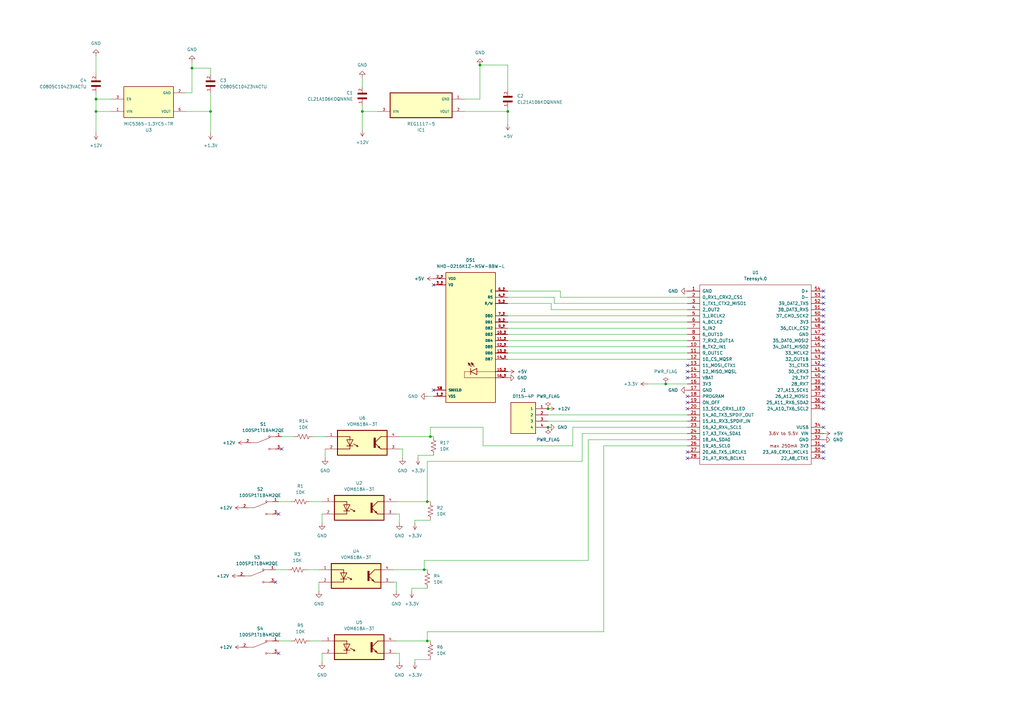
<source format=kicad_sch>
(kicad_sch (version 20250114) (generator "eeschema") (generator_version "9.0")
  (paper "A3")
  (lib_symbols
    (symbol "100SP1T1B4M2QE:100SP1T1B4M2QE" (pin_names (offset 1.016))
      (property "Reference" "S" (at -2.54 5.08 0))
      (property "Value" "100SP1T1B4M2QE" (at -2.54 -5.08 0))
      (symbol "100SP1T1B4M2QE_0_0"
        (pin passive line (at -7.62 0 0) (length 2.54) (name "~") (number "2"))
        (pin passive line (at 7.62 2.54 180) (length 2.54) (name "~") (number "1"))
        (pin passive line (at 7.62 -2.54 180) (length 2.54) (name "~") (number "3"))
      )
    )
    (symbol "C0805C104Z3VACTU:C0805C104Z3VACTU" (pin_names (offset 1.016))
      (property "Reference" "C" (at 0 3.81 0))
      (property "Value" "C0805C104Z3VACTU" (at 0 -5.08 0))
      (symbol "C0805C104Z3VACTU_0_0"
        (pin passive line (at -2.54 0 0) (length 2.54) (name "~") (number "2"))
        (pin passive line (at 5.08 0 180) (length 2.54) (name "~") (number "1"))
      )
    )
    (symbol "CL21A106KOQNNNE:CL21A106KOQNNNE" (pin_names (offset 1.016))
      (property "Reference" "C" (at 0 3.8109 0))
      (property "Value" "CL21A106KOQNNNE" (at 0 -5.0885 0))
      (symbol "CL21A106KOQNNNE_0_0"
        (pin passive line (at -2.54 0 0) (length 2.54) (name "~") (number "1"))
        (pin passive line (at 5.08 0 180) (length 2.54) (name "~") (number "2"))
      )
    )
    (symbol "DT15-4P:DT15-4P" (pin_names (offset 1.016))
      (property "Reference" "J" (at -5.0895 10.1789 0))
      (property "Value" "DT15-4P" (at -5.0842 -10.1684 0))
      (symbol "DT15-4P_0_0"
        (pin passive line (at -10.16 5.08 0) (length 5.08) (name "1") (number "1"))
        (pin passive line (at -10.16 2.54 0) (length 5.08) (name "2") (number "2"))
        (pin passive line (at -10.16 0 0) (length 5.08) (name "3") (number "3"))
        (pin passive line (at -10.16 -2.54 0) (length 5.08) (name "4") (number "4"))
      )
    )
    (symbol "Device:R_US" (pin_numbers (hide yes)) (pin_names (offset 0))
      (property "Reference" "R" (at 2.54 0 90))
      (property "Value" "R_US" (at -2.54 0 90))
      (symbol "R_US_1_1"
        (pin passive line (at 0 3.81 270) (length 1.27) (name "~") (number "1"))
        (pin passive line (at 0 -3.81 90) (length 1.27) (name "~") (number "2"))
      )
    )
    (symbol "MIC5365-1.3YC5-TR_1" (pin_names (offset 1.016))
      (property "Reference" "U" (at -10.16 6.35 0))
      (property "Value" "MIC5365-1.3YC5-TR" (at -10.16 -8.89 0))
      (symbol "MIC5365-1.3YC5-TR_1_0_0"
        (pin input line (at -15.24 2.54 0) (length 5.08) (name "VIN") (number "1"))
        (pin input line (at -15.24 -2.54 0) (length 5.08) (name "EN") (number "3"))
        (pin power_in line (at 15.24 -5.08 180) (length 5.08) (name "GND") (number "2"))
      )
      (symbol "MIC5365-1.3YC5-TR_1_1_0"
        (pin power_out line (at 15.24 2.54 180) (length 5.08) (name "VOUT") (number "5"))
      )
    )
    (symbol "NHD-0216K1Z-NSW-BBW-L:NHD-0216K1Z-NSW-BBW-L" (pin_names (offset 1.016))
      (property "Reference" "DS" (at -10.16 21.59 0))
      (property "Value" "NHD-0216K1Z-NSW-BBW-L" (at -10.16 -34.29 0))
      (symbol "NHD-0216K1Z-NSW-BBW-L_0_0"
        (pin input line (at -15.24 12.7 0) (length 5.08) (name "E") (number "6_1"))
        (pin input line (at -15.24 12.7 0) (length 5.08) (name "E") (number "6_2"))
        (pin input line (at -15.24 10.16 0) (length 5.08) (name "RS") (number "4_1"))
        (pin input line (at -15.24 10.16 0) (length 5.08) (name "RS") (number "4_2"))
        (pin input line (at -15.24 7.62 0) (length 5.08) (name "R/W") (number "5_1"))
        (pin input line (at -15.24 7.62 0) (length 5.08) (name "R/W") (number "5_2"))
        (pin bidirectional line (at -15.24 2.54 0) (length 5.08) (name "DB0") (number "7_1"))
        (pin bidirectional line (at -15.24 2.54 0) (length 5.08) (name "DB0") (number "7_2"))
        (pin bidirectional line (at -15.24 0 0) (length 5.08) (name "DB1") (number "8_1"))
        (pin bidirectional line (at -15.24 0 0) (length 5.08) (name "DB1") (number "8_2"))
        (pin bidirectional line (at -15.24 -2.54 0) (length 5.08) (name "DB2") (number "9_1"))
        (pin bidirectional line (at -15.24 -2.54 0) (length 5.08) (name "DB2") (number "9_2"))
        (pin bidirectional line (at -15.24 -5.08 0) (length 5.08) (name "DB3") (number "10_1"))
        (pin bidirectional line (at -15.24 -5.08 0) (length 5.08) (name "DB3") (number "10_2"))
        (pin bidirectional line (at -15.24 -7.62 0) (length 5.08) (name "DB4") (number "11_1"))
        (pin bidirectional line (at -15.24 -7.62 0) (length 5.08) (name "DB4") (number "11_2"))
        (pin bidirectional line (at -15.24 -10.16 0) (length 5.08) (name "DB5") (number "12_1"))
        (pin bidirectional line (at -15.24 -10.16 0) (length 5.08) (name "DB5") (number "12_2"))
        (pin bidirectional line (at -15.24 -12.7 0) (length 5.08) (name "DB6") (number "13_1"))
        (pin bidirectional line (at -15.24 -12.7 0) (length 5.08) (name "DB6") (number "13_2"))
        (pin bidirectional line (at -15.24 -15.24 0) (length 5.08) (name "DB7") (number "14_1"))
        (pin bidirectional line (at -15.24 -15.24 0) (length 5.08) (name "DB7") (number "14_2"))
        (pin passive line (at -15.24 -20.32 0) (length 5.08) (name "~") (number "15_1"))
        (pin passive line (at -15.24 -20.32 0) (length 5.08) (name "~") (number "15_2"))
        (pin passive line (at -15.24 -22.86 0) (length 5.08) (name "~") (number "16_1"))
        (pin passive line (at -15.24 -22.86 0) (length 5.08) (name "~") (number "16_2"))
        (pin power_in line (at 15.24 17.78 180) (length 5.08) (name "VDD") (number "2_1"))
        (pin power_in line (at 15.24 17.78 180) (length 5.08) (name "VDD") (number "2_2"))
        (pin power_in line (at 15.24 15.24 180) (length 5.08) (name "V0") (number "3_1"))
        (pin power_in line (at 15.24 15.24 180) (length 5.08) (name "V0") (number "3_2"))
        (pin passive line (at 15.24 -27.94 180) (length 5.08) (name "SHIELD") (number "S1"))
        (pin passive line (at 15.24 -27.94 180) (length 5.08) (name "SHIELD") (number "S2"))
        (pin passive line (at 15.24 -27.94 180) (length 5.08) (name "SHIELD") (number "S3"))
        (pin passive line (at 15.24 -27.94 180) (length 5.08) (name "SHIELD") (number "S4"))
        (pin power_in line (at 15.24 -30.48 180) (length 5.08) (name "VSS") (number "1_1"))
        (pin power_in line (at 15.24 -30.48 180) (length 5.08) (name "VSS") (number "1_2"))
      )
    )
    (symbol "REG1117-5:REG1117-5" (pin_names (offset 1.016))
      (property "Reference" "IC" (at -12.7 6.08 0))
      (property "Value" "REG1117-5" (at -12.7 -9.08 0))
      (symbol "REG1117-5_0_0"
        (pin power_in line (at 17.78 -2.54 180) (length 5.08) (name "GND") (number "1"))
      )
      (symbol "REG1117-5_1_0"
        (pin power_in line (at -17.78 2.54 0) (length 5.08) (name "VIN") (number "3"))
        (pin power_out line (at 17.78 2.54 180) (length 5.08) (name "VOUT") (number "2"))
      )
    )
    (symbol "VOM618A-3T:VOM618A-3T" (pin_names (offset 1.016))
      (property "Reference" "U" (at -5.084 5.5924 0))
      (property "Value" "VOM618A-3T" (at -5.0823 -7.6235 0))
      (symbol "VOM618A-3T_0_0"
        (pin passive line (at -15.24 2.54 0) (length 5.08) (name "~") (number "1"))
        (pin passive line (at -15.24 -2.54 0) (length 5.08) (name "~") (number "2"))
        (pin passive line (at 15.24 2.54 180) (length 5.08) (name "~") (number "4"))
        (pin passive line (at 15.24 -2.54 180) (length 5.08) (name "~") (number "3"))
      )
    )
    (symbol "power:+12V" (power) (pin_numbers (hide yes)) (pin_names (offset 0) (hide yes))
      (property "Value" "+12V" (at 0 3.556 0))
      (symbol "+12V_1_1"
        (pin power_in line (at 0 0 90) (length 0) (name "~") (number "1"))
      )
    )
    (symbol "power:+3.3V" (power) (pin_numbers (hide yes)) (pin_names (offset 0) (hide yes))
      (property "Value" "+3.3V" (at 0 3.556 0))
      (symbol "+3.3V_1_1"
        (pin power_in line (at 0 0 90) (length 0) (name "~") (number "1"))
      )
    )
    (symbol "power:+5V" (power) (pin_numbers (hide yes)) (pin_names (offset 0) (hide yes))
      (property "Value" "+5V" (at 0 3.556 0))
      (symbol "+5V_1_1"
        (pin power_in line (at 0 0 90) (length 0) (name "~") (number "1"))
      )
    )
    (symbol "power:GND" (power) (pin_numbers (hide yes)) (pin_names (offset 0) (hide yes))
      (property "Value" "GND" (at 0 -3.81 0))
      (symbol "GND_1_1"
        (pin power_in line (at 0 0 270) (length 0) (name "~") (number "1"))
      )
    )
    (symbol "power:PWR_FLAG" (power) (pin_numbers (hide yes)) (pin_names (offset 0) (hide yes))
      (property "Value" "PWR_FLAG" (at 0 3.81 0))
      (symbol "PWR_FLAG_0_0"
        (pin power_out line (at 0 0 90) (length 0) (name "~") (number "1"))
      )
    )
    (symbol "teensy:Teensy4.0" (pin_names (offset 1.016))
      (property "Reference" "U" (at 0 39.37 0))
      (property "Value" "Teensy4.0" (at 0 -39.37 0))
      (symbol "Teensy4.0_0_0"
        (text "3.6V to 5.5V" (at 11.43 -24.13 0) (effects (font (size 1.27 1.27))))
        (text "max 250mA" (at 11.43 -29.21 0) (effects (font (size 1.27 1.27))))
        (pin bidirectional line (at -27.94 24.13 0) (length 5.08) (name "3_LRCLK2") (number "5"))
        (pin bidirectional line (at -27.94 21.59 0) (length 5.08) (name "4_BCLK2") (number "6"))
        (pin bidirectional line (at -27.94 19.05 0) (length 5.08) (name "5_IN2") (number "7"))
        (pin bidirectional line (at -27.94 16.51 0) (length 5.08) (name "6_OUT1D") (number "8"))
        (pin bidirectional line (at -27.94 13.97 0) (length 5.08) (name "7_RX2_OUT1A") (number "9"))
        (pin bidirectional line (at -27.94 11.43 0) (length 5.08) (name "8_TX2_IN1") (number "10"))
        (pin bidirectional line (at -27.94 8.89 0) (length 5.08) (name "9_OUT1C") (number "11"))
        (pin bidirectional line (at -27.94 6.35 0) (length 5.08) (name "10_CS_MQSR") (number "12"))
        (pin bidirectional line (at -27.94 3.81 0) (length 5.08) (name "11_MOSI_CTX1") (number "13"))
        (pin bidirectional line (at -27.94 1.27 0) (length 5.08) (name "12_MISO_MQSL") (number "14"))
        (pin power_in line (at -27.94 -1.27 0) (length 5.08) (name "VBAT") (number "15"))
        (pin power_in line (at -27.94 -3.81 0) (length 5.08) (name "3V3") (number "16"))
        (pin power_in line (at -27.94 -6.35 0) (length 5.08) (name "GND") (number "17"))
        (pin input line (at -27.94 -8.89 0) (length 5.08) (name "PROGRAM") (number "18"))
        (pin input line (at -27.94 -11.43 0) (length 5.08) (name "ON_OFF") (number "19"))
        (pin bidirectional line (at -27.94 -13.97 0) (length 5.08) (name "13_SCK_CRX1_LED") (number "20"))
        (pin bidirectional line (at -27.94 -16.51 0) (length 5.08) (name "14_A0_TX3_SPDIF_OUT") (number "21"))
        (pin bidirectional line (at -27.94 -19.05 0) (length 5.08) (name "15_A1_RX3_SPDIF_IN") (number "22"))
        (pin bidirectional line (at -27.94 -21.59 0) (length 5.08) (name "16_A2_RX4_SCL1") (number "23"))
        (pin bidirectional line (at -27.94 -24.13 0) (length 5.08) (name "17_A3_TX4_SDA1") (number "24"))
        (pin bidirectional line (at -27.94 -26.67 0) (length 5.08) (name "18_A4_SDA0") (number "25"))
        (pin bidirectional line (at -27.94 -29.21 0) (length 5.08) (name "19_A5_SCL0") (number "26"))
        (pin bidirectional line (at -27.94 -31.75 0) (length 5.08) (name "20_A6_TX5_LRCLK1") (number "27"))
        (pin bidirectional line (at -27.94 -34.29 0) (length 5.08) (name "21_A7_RX5_BCLK1") (number "28"))
        (pin bidirectional line (at 27.94 34.29 180) (length 5.08) (name "D+") (number "54"))
        (pin bidirectional line (at 27.94 31.75 180) (length 5.08) (name "D-") (number "53"))
        (pin bidirectional line (at 27.94 29.21 180) (length 5.08) (name "39_DAT2_TX5") (number "52"))
        (pin bidirectional line (at 27.94 26.67 180) (length 5.08) (name "38_DAT3_RX5") (number "51"))
        (pin bidirectional line (at 27.94 24.13 180) (length 5.08) (name "37_CMD_SCK2") (number "50"))
        (pin power_out line (at 27.94 21.59 180) (length 5.08) (name "3V3") (number "49"))
        (pin bidirectional line (at 27.94 19.05 180) (length 5.08) (name "36_CLK_CS2") (number "48"))
        (pin power_out line (at 27.94 16.51 180) (length 5.08) (name "GND") (number "47"))
        (pin bidirectional line (at 27.94 13.97 180) (length 5.08) (name "35_DAT0_MOSI2") (number "46"))
        (pin bidirectional line (at 27.94 11.43 180) (length 5.08) (name "34_DAT1_MISO2") (number "45"))
        (pin bidirectional line (at 27.94 8.89 180) (length 5.08) (name "33_MCLK2") (number "44"))
        (pin bidirectional line (at 27.94 6.35 180) (length 5.08) (name "32_OUT1B") (number "43"))
        (pin bidirectional line (at 27.94 3.81 180) (length 5.08) (name "31_CTX3") (number "42"))
        (pin bidirectional line (at 27.94 1.27 180) (length 5.08) (name "30_CRX3") (number "41"))
        (pin bidirectional line (at 27.94 -1.27 180) (length 5.08) (name "29_TX7") (number "40"))
        (pin bidirectional line (at 27.94 -3.81 180) (length 5.08) (name "28_RX7") (number "39"))
        (pin bidirectional line (at 27.94 -6.35 180) (length 5.08) (name "27_A13_SCK1") (number "38"))
        (pin bidirectional line (at 27.94 -8.89 180) (length 5.08) (name "26_A12_MOSI1") (number "37"))
        (pin bidirectional line (at 27.94 -11.43 180) (length 5.08) (name "25_A11_RX6_SDA2") (number "36"))
        (pin bidirectional line (at 27.94 -13.97 180) (length 5.08) (name "24_A10_TX6_SCL2") (number "35"))
        (pin power_out line (at 27.94 -21.59 180) (length 5.08) (name "VUSB") (number "34"))
        (pin power_in line (at 27.94 -24.13 180) (length 5.08) (name "VIN") (number "33"))
        (pin power_in line (at 27.94 -26.67 180) (length 5.08) (name "GND") (number "32"))
        (pin power_out line (at 27.94 -29.21 180) (length 5.08) (name "3V3") (number "31"))
        (pin bidirectional line (at 27.94 -31.75 180) (length 5.08) (name "23_A9_CRX1_MCLK1") (number "30"))
        (pin bidirectional line (at 27.94 -34.29 180) (length 5.08) (name "22_A8_CTX1") (number "29"))
      )
      (symbol "Teensy4.0_1_1"
        (pin power_in line (at -27.94 34.29 0) (length 5.08) (name "GND") (number "1"))
        (pin bidirectional line (at -27.94 31.75 0) (length 5.08) (name "0_RX1_CRX2_CS1") (number "2"))
        (pin bidirectional line (at -27.94 29.21 0) (length 5.08) (name "1_TX1_CTX2_MISO1") (number "3"))
        (pin bidirectional line (at -27.94 26.67 0) (length 5.08) (name "2_OUT2") (number "4"))
      )
    )
  )
  (junction (at 175.26 262.89))
  (junction (at 208.28 45.72))
  (junction (at 196.85 26.67))
  (junction (at 176.53 179.07))
  (junction (at 86.36 45.72))
  (junction (at 273.05 157.48))
  (junction (at 39.37 45.72))
  (junction (at 78.74 27.94))
  (junction (at 224.79 167.64))
  (junction (at 173.99 233.68))
  (junction (at 175.26 205.74))
  (junction (at 224.79 175.26))
  (junction (at 39.37 40.64))
  (junction (at 148.59 45.72))
  (no_connect (at 337.82 165.1))
  (no_connect (at 337.82 162.56))
  (no_connect (at 337.82 119.38))
  (no_connect (at 337.82 139.7))
  (no_connect (at 337.82 132.08))
  (no_connect (at 281.94 185.42))
  (no_connect (at 337.82 149.86))
  (no_connect (at 337.82 167.64))
  (no_connect (at 114.3 267.97))
  (no_connect (at 115.57 184.15))
  (no_connect (at 337.82 144.78))
  (no_connect (at 281.94 167.64))
  (no_connect (at 337.82 152.4))
  (no_connect (at 337.82 154.94))
  (no_connect (at 281.94 165.1))
  (no_connect (at 337.82 160.02))
  (no_connect (at 337.82 129.54))
  (no_connect (at 177.8 116.84))
  (no_connect (at 337.82 137.16))
  (no_connect (at 337.82 157.48))
  (no_connect (at 337.82 175.26))
  (no_connect (at 337.82 185.42))
  (no_connect (at 337.82 134.62))
  (no_connect (at 337.82 121.92))
  (no_connect (at 281.94 162.56))
  (no_connect (at 337.82 187.96))
  (no_connect (at 281.94 152.4))
  (no_connect (at 337.82 147.32))
  (no_connect (at 114.3 210.82))
  (no_connect (at 281.94 187.96))
  (no_connect (at 113.03 238.76))
  (no_connect (at 337.82 182.88))
  (no_connect (at 337.82 124.46))
  (no_connect (at 281.94 154.94))
  (no_connect (at 177.8 160.02))
  (no_connect (at 337.82 127))
  (no_connect (at 281.94 149.86))
  (no_connect (at 337.82 142.24))
  (wire (pts (xy 226.06 124.46) (xy 226.06 127)))
  (wire (pts (xy 175.26 162.56) (xy 177.8 162.56)))
  (wire (pts (xy 190.5 40.64) (xy 196.85 40.64)))
  (wire (pts (xy 171.45 186.69) (xy 177.8 186.69)))
  (wire (pts (xy 208.28 144.78) (xy 281.94 144.78)))
  (wire (pts (xy 86.36 30.48) (xy 86.36 27.94)))
  (wire (pts (xy 114.3 262.89) (xy 119.38 262.89)))
  (wire (pts (xy 127 205.74) (xy 132.08 205.74)))
  (wire (pts (xy 45.72 45.72) (xy 39.37 45.72)))
  (wire (pts (xy 196.85 40.64) (xy 196.85 26.67)))
  (wire (pts (xy 127 262.89) (xy 132.08 262.89)))
  (wire (pts (xy 162.56 205.74) (xy 175.26 205.74)))
  (wire (pts (xy 208.28 137.16) (xy 281.94 137.16)))
  (wire (pts (xy 163.83 179.07) (xy 176.53 179.07)))
  (wire (pts (xy 208.28 134.62) (xy 281.94 134.62)))
  (wire (pts (xy 234.95 175.26) (xy 234.95 182.88)))
  (wire (pts (xy 170.18 270.51) (xy 176.53 270.51)))
  (wire (pts (xy 227.33 121.92) (xy 227.33 124.46)))
  (wire (pts (xy 114.3 205.74) (xy 119.38 205.74)))
  (wire (pts (xy 130.81 238.76) (xy 130.81 242.57)))
  (wire (pts (xy 115.57 179.07) (xy 120.65 179.07)))
  (wire (pts (xy 78.74 25.4) (xy 78.74 27.94)))
  (wire (pts (xy 39.37 22.86) (xy 39.37 30.48)))
  (wire (pts (xy 175.26 205.74) (xy 175.26 189.23)))
  (wire (pts (xy 170.18 213.36) (xy 170.18 214.63)))
  (wire (pts (xy 162.56 238.76) (xy 162.56 242.57)))
  (wire (pts (xy 163.83 267.97) (xy 163.83 271.78)))
  (wire (pts (xy 39.37 45.72) (xy 39.37 54.61)))
  (wire (pts (xy 86.36 27.94) (xy 78.74 27.94)))
  (wire (pts (xy 163.83 210.82) (xy 162.56 210.82)))
  (wire (pts (xy 281.94 177.8) (xy 238.76 177.8)))
  (wire (pts (xy 148.59 31.75) (xy 148.59 35.56)))
  (wire (pts (xy 273.05 157.48) (xy 281.94 157.48)))
  (wire (pts (xy 148.59 45.72) (xy 148.59 53.34)))
  (wire (pts (xy 163.83 267.97) (xy 162.56 267.97)))
  (wire (pts (xy 165.1 184.15) (xy 163.83 184.15)))
  (wire (pts (xy 227.33 124.46) (xy 281.94 124.46)))
  (wire (pts (xy 78.74 38.1) (xy 76.2 38.1)))
  (wire (pts (xy 168.91 241.3) (xy 175.26 241.3)))
  (wire (pts (xy 238.76 177.8) (xy 238.76 189.23)))
  (wire (pts (xy 175.26 189.23) (xy 238.76 189.23)))
  (wire (pts (xy 208.28 139.7) (xy 281.94 139.7)))
  (wire (pts (xy 125.73 233.68) (xy 130.81 233.68)))
  (wire (pts (xy 281.94 175.26) (xy 234.95 175.26)))
  (wire (pts (xy 78.74 27.94) (xy 78.74 38.1)))
  (wire (pts (xy 132.08 210.82) (xy 132.08 214.63)))
  (wire (pts (xy 163.83 210.82) (xy 163.83 214.63)))
  (wire (pts (xy 86.36 45.72) (xy 86.36 54.61)))
  (wire (pts (xy 175.26 259.08) (xy 247.65 259.08)))
  (wire (pts (xy 208.28 142.24) (xy 281.94 142.24)))
  (wire (pts (xy 132.08 267.97) (xy 132.08 271.78)))
  (wire (pts (xy 229.87 119.38) (xy 208.28 119.38)))
  (wire (pts (xy 165.1 184.15) (xy 165.1 187.96)))
  (wire (pts (xy 86.36 38.1) (xy 86.36 45.72)))
  (wire (pts (xy 208.28 129.54) (xy 281.94 129.54)))
  (wire (pts (xy 148.59 43.18) (xy 148.59 45.72)))
  (wire (pts (xy 265.43 157.48) (xy 273.05 157.48)))
  (wire (pts (xy 170.18 270.51) (xy 170.18 271.78)))
  (wire (pts (xy 247.65 259.08) (xy 247.65 182.88)))
  (wire (pts (xy 208.28 26.67) (xy 208.28 36.83)))
  (wire (pts (xy 281.94 180.34) (xy 241.3 180.34)))
  (wire (pts (xy 241.3 180.34) (xy 241.3 229.87)))
  (wire (pts (xy 190.5 45.72) (xy 208.28 45.72)))
  (wire (pts (xy 234.95 182.88) (xy 198.12 182.88)))
  (wire (pts (xy 170.18 213.36) (xy 176.53 213.36)))
  (wire (pts (xy 175.26 262.89) (xy 175.26 259.08)))
  (wire (pts (xy 168.91 241.3) (xy 168.91 242.57)))
  (wire (pts (xy 208.28 132.08) (xy 281.94 132.08)))
  (wire (pts (xy 247.65 182.88) (xy 281.94 182.88)))
  (wire (pts (xy 196.85 26.67) (xy 208.28 26.67)))
  (wire (pts (xy 176.53 205.74) (xy 175.26 205.74)))
  (wire (pts (xy 39.37 45.72) (xy 39.37 40.64)))
  (wire (pts (xy 224.79 170.18) (xy 281.94 170.18)))
  (wire (pts (xy 208.28 124.46) (xy 226.06 124.46)))
  (wire (pts (xy 161.29 233.68) (xy 173.99 233.68)))
  (wire (pts (xy 76.2 45.72) (xy 86.36 45.72)))
  (wire (pts (xy 226.06 127) (xy 281.94 127)))
  (wire (pts (xy 176.53 179.07) (xy 176.53 175.26)))
  (wire (pts (xy 175.26 233.68) (xy 173.99 233.68)))
  (wire (pts (xy 198.12 182.88) (xy 198.12 175.26)))
  (wire (pts (xy 208.28 44.45) (xy 208.28 45.72)))
  (wire (pts (xy 224.79 172.72) (xy 281.94 172.72)))
  (wire (pts (xy 176.53 262.89) (xy 175.26 262.89)))
  (wire (pts (xy 177.8 179.07) (xy 176.53 179.07)))
  (wire (pts (xy 281.94 121.92) (xy 229.87 121.92)))
  (wire (pts (xy 39.37 40.64) (xy 45.72 40.64)))
  (wire (pts (xy 176.53 175.26) (xy 198.12 175.26)))
  (wire (pts (xy 162.56 262.89) (xy 175.26 262.89)))
  (wire (pts (xy 208.28 147.32) (xy 281.94 147.32)))
  (wire (pts (xy 229.87 121.92) (xy 229.87 119.38)))
  (wire (pts (xy 208.28 121.92) (xy 227.33 121.92)))
  (wire (pts (xy 173.99 233.68) (xy 173.99 229.87)))
  (wire (pts (xy 162.56 238.76) (xy 161.29 238.76)))
  (wire (pts (xy 208.28 45.72) (xy 208.28 50.8)))
  (wire (pts (xy 133.35 184.15) (xy 133.35 187.96)))
  (wire (pts (xy 128.27 179.07) (xy 133.35 179.07)))
  (wire (pts (xy 171.45 186.69) (xy 171.45 187.96)))
  (wire (pts (xy 39.37 40.64) (xy 39.37 38.1)))
  (wire (pts (xy 148.59 45.72) (xy 154.94 45.72)))
  (wire (pts (xy 113.03 233.68) (xy 118.11 233.68)))
  (wire (pts (xy 173.99 229.87) (xy 241.3 229.87)))
  (symbol (lib_id "power:GND") (at 162.56 242.57 0) (unit 1)
    (property "Reference" "#PWR023" (effects (hide yes)))
    (property "Value" "GND" (at 162.56 247.65 0))
    (property "Description" "Power symbol creates a global label with name \"GND\" , ground" (effects (hide yes)))
  )
  (symbol (lib_id "power:+3.3V") (at 168.91 242.57 180) (unit 1)
    (property "Reference" "#PWR024" (effects (hide yes)))
    (property "Value" "+3.3V" (at 168.91 247.65 0))
    (property "Description" "Power symbol creates a global label with name \"+3.3V\"" (effects (hide yes)))
  )
  (symbol (lib_id "power:+5V") (at 208.28 50.8 180) (unit 1)
    (property "Reference" "#PWR022" (effects (hide yes)))
    (property "Value" "+5V" (at 208.28 55.88 0))
    (property "Description" "Power symbol creates a global label with name \"+5V\"" (effects (hide yes)))
  )
  (symbol (lib_name "MIC5365-1.3YC5-TR_1") (lib_id "MIC5365-1.3YC5-TR:MIC5365-1.3YC5-TR") (at 60.96 43.18 0) (mirror x) (unit 1)
    (property "Reference" "U3" (at 60.96 53.34 0))
    (property "Value" "MIC5365-1.3YC5-TR" (at 60.96 50.8 0))
    (property "Footprint" "MIC5365-1.3YC5-TR:SOT65P210X110-5N" (effects (hide yes)))
    (property "MF" "Microchip" (effects (hide yes)))
    (property "MAXIMUM_PACKAGE_HEIGHT" "1.10mm" (effects (hide yes)))
    (property "Package" "SC-70 Microchip" (effects (hide yes)))
    (property "Price" "None" (effects (hide yes)))
    (property "Check_prices" "https://www.snapeda.com/parts/MIC5365-1.3YC5-TR/Microchip+Technology/view-part/?ref=eda" (effects (hide yes)))
    (property "STANDARD" "IPC 7351B" (effects (hide yes)))
    (property "PARTREV" "3.1 - July 16, 2013" (effects (hide yes)))
    (property "SnapEDA_Link" "https://www.snapeda.com/parts/MIC5365-1.3YC5-TR/Microchip+Technology/view-part/?ref=snap" (effects (hide yes)))
    (property "MP" "MIC5365-1.3YC5-TR" (effects (hide yes)))
    (property "Description_1" "Linear Voltage Regulator IC Positive Fixed 1 Output  150mA SC-70-5" (effects (hide yes)))
    (property "Availability" "In Stock" (effects (hide yes)))
    (property "MANUFACTURER" "Micrel" (effects (hide yes)))
  )
  (symbol (lib_id "Device:R_US") (at 121.92 233.68 90) (unit 1)
    (property "Reference" "R3" (at 121.92 227.33 90))
    (property "Value" "10K" (at 121.92 229.87 90))
    (property "Description" "Resistor, US symbol" (effects (hide yes)))
  )
  (symbol (lib_id "power:GND") (at 39.37 22.86 180) (unit 1)
    (property "Reference" "#PWR013" (effects (hide yes)))
    (property "Value" "GND" (at 39.37 17.78 0))
    (property "Description" "Power symbol creates a global label with name \"GND\" , ground" (effects (hide yes)))
  )
  (symbol (lib_id "100SP1T1B4M2QE:100SP1T1B4M2QE") (at 107.95 181.61 0) (unit 1)
    (property "Reference" "S1" (at 107.95 173.99 0))
    (property "Value" "100SP1T1B4M2QE" (at 107.95 176.53 0))
    (property "Footprint" "100SP1T1B4M2QE:SW_100SP1T1B4M2QE" (effects (hide yes)))
    (property "DigiKey_Part_Number" "EG2355-ND" (effects (hide yes)))
    (property "SnapEDA_Link" "https://www.snapeda.com/parts/100SP1T1B4M2QE/E-Switch/view-part/?ref=snap" (effects (hide yes)))
    (property "MAXIMUM_PACKAGE_HEIGHT" "29.68 mm" (effects (hide yes)))
    (property "Package" "None" (effects (hide yes)))
    (property "Check_prices" "https://www.snapeda.com/parts/100SP1T1B4M2QE/E-Switch/view-part/?ref=eda" (effects (hide yes)))
    (property "STANDARD" "Manufacturer Recommendations" (effects (hide yes)))
    (property "PARTREV" "E" (effects (hide yes)))
    (property "MF" "E-Switch" (effects (hide yes)))
    (property "MP" "100SP1T1B4M2QE" (effects (hide yes)))
    (property "Description_1" "Series 100 Switches - Toggle Switches (Miniature)" (effects (hide yes)))
    (property "MANUFACTURER" "E-Switch" (effects (hide yes)))
  )
  (symbol (lib_id "100SP1T1B4M2QE:100SP1T1B4M2QE") (at 106.68 208.28 0) (unit 1)
    (property "Reference" "S2" (at 106.68 200.66 0))
    (property "Value" "100SP1T1B4M2QE" (at 106.68 203.2 0))
    (property "Footprint" "100SP1T1B4M2QE:SW_100SP1T1B4M2QE" (effects (hide yes)))
    (property "DigiKey_Part_Number" "EG2355-ND" (effects (hide yes)))
    (property "SnapEDA_Link" "https://www.snapeda.com/parts/100SP1T1B4M2QE/E-Switch/view-part/?ref=snap" (effects (hide yes)))
    (property "MAXIMUM_PACKAGE_HEIGHT" "29.68 mm" (effects (hide yes)))
    (property "Package" "None" (effects (hide yes)))
    (property "Check_prices" "https://www.snapeda.com/parts/100SP1T1B4M2QE/E-Switch/view-part/?ref=eda" (effects (hide yes)))
    (property "STANDARD" "Manufacturer Recommendations" (effects (hide yes)))
    (property "PARTREV" "E" (effects (hide yes)))
    (property "MF" "E-Switch" (effects (hide yes)))
    (property "MP" "100SP1T1B4M2QE" (effects (hide yes)))
    (property "Description_1" "Series 100 Switches - Toggle Switches (Miniature)" (effects (hide yes)))
    (property "MANUFACTURER" "E-Switch" (effects (hide yes)))
  )
  (symbol (lib_id "power:PWR_FLAG") (at 224.79 175.26 180) (unit 1)
    (property "Reference" "#FLG02" (effects (hide yes)))
    (property "Value" "PWR_FLAG" (at 224.79 180.34 0))
    (property "Description" "Special symbol for telling ERC where power comes from" (effects (hide yes)))
  )
  (symbol (lib_id "power:GND") (at 132.08 214.63 0) (unit 1)
    (property "Reference" "#PWR015" (effects (hide yes)))
    (property "Value" "GND" (at 132.08 219.71 0))
    (property "Description" "Power symbol creates a global label with name \"GND\" , ground" (effects (hide yes)))
  )
  (symbol (lib_id "power:GND") (at 148.59 31.75 180) (unit 1)
    (property "Reference" "#PWR019" (effects (hide yes)))
    (property "Value" "GND" (at 148.59 26.67 0))
    (property "Description" "Power symbol creates a global label with name \"GND\" , ground" (effects (hide yes)))
  )
  (symbol (lib_id "100SP1T1B4M2QE:100SP1T1B4M2QE") (at 106.68 265.43 0) (unit 1)
    (property "Reference" "S4" (at 106.68 257.81 0))
    (property "Value" "100SP1T1B4M2QE" (at 106.68 260.35 0))
    (property "Footprint" "100SP1T1B4M2QE:SW_100SP1T1B4M2QE" (effects (hide yes)))
    (property "DigiKey_Part_Number" "EG2355-ND" (effects (hide yes)))
    (property "SnapEDA_Link" "https://www.snapeda.com/parts/100SP1T1B4M2QE/E-Switch/view-part/?ref=snap" (effects (hide yes)))
    (property "MAXIMUM_PACKAGE_HEIGHT" "29.68 mm" (effects (hide yes)))
    (property "Package" "None" (effects (hide yes)))
    (property "Check_prices" "https://www.snapeda.com/parts/100SP1T1B4M2QE/E-Switch/view-part/?ref=eda" (effects (hide yes)))
    (property "STANDARD" "Manufacturer Recommendations" (effects (hide yes)))
    (property "PARTREV" "E" (effects (hide yes)))
    (property "MF" "E-Switch" (effects (hide yes)))
    (property "MP" "100SP1T1B4M2QE" (effects (hide yes)))
    (property "Description_1" "Series 100 Switches - Toggle Switches (Miniature)" (effects (hide yes)))
    (property "MANUFACTURER" "E-Switch" (effects (hide yes)))
  )
  (symbol (lib_id "Device:R_US") (at 177.8 182.88 0) (unit 1)
    (property "Reference" "R17" (at 180.34 181.6099 0) (effects (justify left)))
    (property "Value" "10K" (at 180.34 184.1499 0) (effects (justify left)))
    (property "Description" "Resistor, US symbol" (effects (hide yes)))
  )
  (symbol (lib_id "power:GND") (at 281.94 119.38 270) (unit 1)
    (property "Reference" "#PWR08" (effects (hide yes)))
    (property "Value" "GND" (at 278.13 119.3799 90) (effects (justify right)))
    (property "Description" "Power symbol creates a global label with name \"GND\" , ground" (effects (hide yes)))
  )
  (symbol (lib_id "power:+12V") (at 224.79 167.64 270) (unit 1)
    (property "Reference" "#PWR010" (effects (hide yes)))
    (property "Value" "+12V" (at 228.6 167.6399 90) (effects (justify left)))
    (property "Description" "Power symbol creates a global label with name \"+12V\"" (effects (hide yes)))
  )
  (symbol (lib_id "power:GND") (at 132.08 271.78 0) (unit 1)
    (property "Reference" "#PWR025" (effects (hide yes)))
    (property "Value" "GND" (at 132.08 276.86 0))
    (property "Description" "Power symbol creates a global label with name \"GND\" , ground" (effects (hide yes)))
  )
  (symbol (lib_id "NHD-0216K1Z-NSW-BBW-L:NHD-0216K1Z-NSW-BBW-L") (at 193.04 132.08 0) (mirror y) (unit 1)
    (property "Reference" "DS1" (at 193.04 106.68 0))
    (property "Value" "NHD-0216K1Z-NSW-BBW-L" (at 193.04 109.22 0))
    (property "Footprint" "NHD-0216K1Z-NSW-BBW-L:NHD_NHD-0216K1Z-NSW-BBW-L" (effects (hide yes)))
    (property "MF" "Newhaven Display" (effects (hide yes)))
    (property "MAXIMUM_PACKAGE_HEIGHT" "13.5mm" (effects (hide yes)))
    (property "Package" "None" (effects (hide yes)))
    (property "Price" "None" (effects (hide yes)))
    (property "Check_prices" "https://www.snapeda.com/parts/NHD-0216K1Z-NSW-BBW-L/Newhaven+Display/view-part/?ref=eda" (effects (hide yes)))
    (property "STANDARD" "Manufacturer Recommendations" (effects (hide yes)))
    (property "PARTREV" "03/28/17" (effects (hide yes)))
    (property "SnapEDA_Link" "https://www.snapeda.com/parts/NHD-0216K1Z-NSW-BBW-L/Newhaven+Display/view-part/?ref=snap" (effects (hide yes)))
    (property "MP" "NHD-0216K1Z-NSW-BBW-L" (effects (hide yes)))
    (property "Description_1" "Character Display Modules LCD NHD 2x16 STN- BLUE Transmissive 8-Bit Parallel | Newhaven Display International NHD-0216K1Z-NSW-BBW-L" (effects (hide yes)))
    (property "Availability" "In Stock" (effects (hide yes)))
    (property "MANUFACTURER" "Newhaven Display International" (effects (hide yes)))
  )
  (symbol (lib_id "power:+3.3V") (at 171.45 187.96 180) (unit 1)
    (property "Reference" "#PWR043" (effects (hide yes)))
    (property "Value" "+3.3V" (at 171.45 193.04 0))
    (property "Description" "Power symbol creates a global label with name \"+3.3V\"" (effects (hide yes)))
  )
  (symbol (lib_id "C0805C104Z3VACTU:C0805C104Z3VACTU") (at 39.37 33.02 270) (unit 1)
    (property "Reference" "C4" (at 35.56 33.0199 90) (effects (justify right)))
    (property "Value" "C0805C104Z3VACTU" (at 35.56 35.5599 90) (effects (justify right)))
    (property "Footprint" "C0805C104Z3VACTU:CAPC2012X88N" (effects (hide yes)))
    (property "DigiKey_Part_Number" "399-C0805C104Z3VACTUCT-ND" (effects (hide yes)))
    (property "SnapEDA_Link" "https://www.snapeda.com/parts/C0805C104Z3VACTU/KEMET/view-part/?ref=snap" (effects (hide yes)))
    (property "Description_1" "0.1 µF -20%, +80% 25V Ceramic Capacitor Y5V (F) 0805 (2012 Metric)" (effects (hide yes)))
    (property "MF" "KEMET" (effects (hide yes)))
    (property "Package" "0805 Kemet" (effects (hide yes)))
    (property "Check_prices" "https://www.snapeda.com/parts/C0805C104Z3VACTU/KEMET/view-part/?ref=eda" (effects (hide yes)))
    (property "MP" "C0805C104Z3VACTU" (effects (hide yes)))
  )
  (symbol (lib_id "VOM618A-3T:VOM618A-3T") (at 148.59 181.61 0) (unit 1)
    (property "Reference" "U6" (at 148.59 171.45 0))
    (property "Value" "VOM618A-3T" (at 148.59 173.99 0))
    (property "Footprint" "VOM618A-3T:SOIC254P695X242-4N" (effects (hide yes)))
    (property "MF" "Vishay Semiconductor" (effects (hide yes)))
    (property "Description_1" "Optoisolator Transistor Output 3750Vrms 1 Channel 4-SOP (2.54mm)" (effects (hide yes)))
    (property "Package" "SOP-4 Vishay Semiconductor" (effects (hide yes)))
    (property "Price" "None" (effects (hide yes)))
    (property "Check_prices" "https://www.snapeda.com/parts/VOM618A-3T/Vishay/view-part/?ref=eda" (effects (hide yes)))
    (property "SnapEDA_Link" "https://www.snapeda.com/parts/VOM618A-3T/Vishay/view-part/?ref=snap" (effects (hide yes)))
    (property "MP" "VOM618A-3T" (effects (hide yes)))
    (property "Availability" "In Stock" (effects (hide yes)))
    (property "MANUFACTURER" "VISHAY" (effects (hide yes)))
  )
  (symbol (lib_id "power:GND") (at 208.28 154.94 90) (unit 1)
    (property "Reference" "#PWR04" (effects (hide yes)))
    (property "Value" "GND" (at 212.09 154.9399 90) (effects (justify right)))
    (property "Description" "Power symbol creates a global label with name \"GND\" , ground" (effects (hide yes)))
  )
  (symbol (lib_id "VOM618A-3T:VOM618A-3T") (at 147.32 208.28 0) (unit 1)
    (property "Reference" "U2" (at 147.32 198.12 0))
    (property "Value" "VOM618A-3T" (at 147.32 200.66 0))
    (property "Footprint" "VOM618A-3T:SOIC254P695X242-4N" (effects (hide yes)))
    (property "MF" "Vishay Semiconductor" (effects (hide yes)))
    (property "Description_1" "Optoisolator Transistor Output 3750Vrms 1 Channel 4-SOP (2.54mm)" (effects (hide yes)))
    (property "Package" "SOP-4 Vishay Semiconductor" (effects (hide yes)))
    (property "Price" "None" (effects (hide yes)))
    (property "Check_prices" "https://www.snapeda.com/parts/VOM618A-3T/Vishay/view-part/?ref=eda" (effects (hide yes)))
    (property "SnapEDA_Link" "https://www.snapeda.com/parts/VOM618A-3T/Vishay/view-part/?ref=snap" (effects (hide yes)))
    (property "MP" "VOM618A-3T" (effects (hide yes)))
    (property "Availability" "In Stock" (effects (hide yes)))
    (property "MANUFACTURER" "VISHAY" (effects (hide yes)))
  )
  (symbol (lib_id "power:+5V") (at 337.82 177.8 270) (unit 1)
    (property "Reference" "#PWR07" (effects (hide yes)))
    (property "Value" "+5V" (at 341.63 177.7999 90) (effects (justify left)))
    (property "Description" "Power symbol creates a global label with name \"+5V\"" (effects (hide yes)))
  )
  (symbol (lib_id "power:GND") (at 163.83 214.63 0) (unit 1)
    (property "Reference" "#PWR016" (effects (hide yes)))
    (property "Value" "GND" (at 163.83 219.71 0))
    (property "Description" "Power symbol creates a global label with name \"GND\" , ground" (effects (hide yes)))
  )
  (symbol (lib_id "power:GND") (at 224.79 175.26 90) (unit 1)
    (property "Reference" "#PWR09" (effects (hide yes)))
    (property "Value" "GND" (at 228.6 175.2599 90) (effects (justify right)))
    (property "Description" "Power symbol creates a global label with name \"GND\" , ground" (effects (hide yes)))
  )
  (symbol (lib_id "100SP1T1B4M2QE:100SP1T1B4M2QE") (at 105.41 236.22 0) (unit 1)
    (property "Reference" "S3" (at 105.41 228.6 0))
    (property "Value" "100SP1T1B4M2QE" (at 105.41 231.14 0))
    (property "Footprint" "100SP1T1B4M2QE:SW_100SP1T1B4M2QE" (effects (hide yes)))
    (property "DigiKey_Part_Number" "EG2355-ND" (effects (hide yes)))
    (property "SnapEDA_Link" "https://www.snapeda.com/parts/100SP1T1B4M2QE/E-Switch/view-part/?ref=snap" (effects (hide yes)))
    (property "MAXIMUM_PACKAGE_HEIGHT" "29.68 mm" (effects (hide yes)))
    (property "Package" "None" (effects (hide yes)))
    (property "Check_prices" "https://www.snapeda.com/parts/100SP1T1B4M2QE/E-Switch/view-part/?ref=eda" (effects (hide yes)))
    (property "STANDARD" "Manufacturer Recommendations" (effects (hide yes)))
    (property "PARTREV" "E" (effects (hide yes)))
    (property "MF" "E-Switch" (effects (hide yes)))
    (property "MP" "100SP1T1B4M2QE" (effects (hide yes)))
    (property "Description_1" "Series 100 Switches - Toggle Switches (Miniature)" (effects (hide yes)))
    (property "MANUFACTURER" "E-Switch" (effects (hide yes)))
  )
  (symbol (lib_id "REG1117-5:REG1117-5") (at 172.72 43.18 0) (mirror x) (unit 1)
    (property "Reference" "IC1" (at 172.72 53.34 0))
    (property "Value" "REG1117-5" (at 172.72 50.8 0))
    (property "Footprint" "REG1117-5:SOT230P700X180-4N" (effects (hide yes)))
    (property "MF" "Texas Instruments" (effects (hide yes)))
    (property "Description_1" "800-mA, 15-V, linear voltage regulator" (effects (hide yes)))
    (property "Package" "SOT-223-4 Texas Instruments" (effects (hide yes)))
    (property "Price" "None" (effects (hide yes)))
    (property "SnapEDA_Link" "https://www.snapeda.com/parts/REG1117-5/Texas+Instruments/view-part/?ref=snap" (effects (hide yes)))
    (property "MP" "REG1117-5" (effects (hide yes)))
    (property "Availability" "In Stock" (effects (hide yes)))
    (property "Check_prices" "https://www.snapeda.com/parts/REG1117-5/Texas+Instruments/view-part/?ref=eda" (effects (hide yes)))
  )
  (symbol (lib_id "Device:R_US") (at 124.46 179.07 90) (unit 1)
    (property "Reference" "R14" (at 124.46 172.72 90))
    (property "Value" "10K" (at 124.46 175.26 90))
    (property "Description" "Resistor, US symbol" (effects (hide yes)))
  )
  (symbol (lib_id "power:+3.3V") (at 39.37 54.61 180) (unit 1)
    (property "Reference" "#PWR014" (effects (hide yes)))
    (property "Value" "+12V" (at 39.37 59.69 0))
    (property "Description" "Power symbol creates a global label with name \"+3.3V\"" (effects (hide yes)))
  )
  (symbol (lib_id "power:GND") (at 133.35 187.96 0) (unit 1)
    (property "Reference" "#PWR037" (effects (hide yes)))
    (property "Value" "GND" (at 133.35 193.04 0))
    (property "Description" "Power symbol creates a global label with name \"GND\" , ground" (effects (hide yes)))
  )
  (symbol (lib_id "VOM618A-3T:VOM618A-3T") (at 146.05 236.22 0) (unit 1)
    (property "Reference" "U4" (at 146.05 226.06 0))
    (property "Value" "VOM618A-3T" (at 146.05 228.6 0))
    (property "Footprint" "VOM618A-3T:SOIC254P695X242-4N" (effects (hide yes)))
    (property "MF" "Vishay Semiconductor" (effects (hide yes)))
    (property "Description_1" "Optoisolator Transistor Output 3750Vrms 1 Channel 4-SOP (2.54mm)" (effects (hide yes)))
    (property "Package" "SOP-4 Vishay Semiconductor" (effects (hide yes)))
    (property "Price" "None" (effects (hide yes)))
    (property "Check_prices" "https://www.snapeda.com/parts/VOM618A-3T/Vishay/view-part/?ref=eda" (effects (hide yes)))
    (property "SnapEDA_Link" "https://www.snapeda.com/parts/VOM618A-3T/Vishay/view-part/?ref=snap" (effects (hide yes)))
    (property "MP" "VOM618A-3T" (effects (hide yes)))
    (property "Availability" "In Stock" (effects (hide yes)))
    (property "MANUFACTURER" "VISHAY" (effects (hide yes)))
  )
  (symbol (lib_id "power:GND") (at 163.83 271.78 0) (unit 1)
    (property "Reference" "#PWR026" (effects (hide yes)))
    (property "Value" "GND" (at 163.83 276.86 0))
    (property "Description" "Power symbol creates a global label with name \"GND\" , ground" (effects (hide yes)))
  )
  (symbol (lib_id "C0805C104Z3VACTU:C0805C104Z3VACTU") (at 86.36 33.02 270) (unit 1)
    (property "Reference" "C3" (at 90.17 33.0199 90) (effects (justify left)))
    (property "Value" "C0805C104Z3VACTU" (at 90.17 35.5599 90) (effects (justify left)))
    (property "Footprint" "C0805C104Z3VACTU:CAPC2012X88N" (effects (hide yes)))
    (property "DigiKey_Part_Number" "399-C0805C104Z3VACTUCT-ND" (effects (hide yes)))
    (property "SnapEDA_Link" "https://www.snapeda.com/parts/C0805C104Z3VACTU/KEMET/view-part/?ref=snap" (effects (hide yes)))
    (property "Description_1" "0.1 µF -20%, +80% 25V Ceramic Capacitor Y5V (F) 0805 (2012 Metric)" (effects (hide yes)))
    (property "MF" "KEMET" (effects (hide yes)))
    (property "Package" "0805 Kemet" (effects (hide yes)))
    (property "Check_prices" "https://www.snapeda.com/parts/C0805C104Z3VACTU/KEMET/view-part/?ref=eda" (effects (hide yes)))
    (property "MP" "C0805C104Z3VACTU" (effects (hide yes)))
  )
  (symbol (lib_id "power:PWR_FLAG") (at 224.79 167.64 0) (unit 1)
    (property "Reference" "#FLG01" (effects (hide yes)))
    (property "Value" "PWR_FLAG" (at 224.79 162.56 0))
    (property "Description" "Special symbol for telling ERC where power comes from" (effects (hide yes)))
  )
  (symbol (lib_id "DT15-4P:DT15-4P") (at 214.63 172.72 0) (mirror y) (unit 1)
    (property "Reference" "J1" (at 214.63 160.02 0))
    (property "Value" "DT15-4P" (at 214.63 162.56 0))
    (property "Footprint" "DT15-4P:TE_DT15-4P" (effects (hide yes)))
    (property "Comment" "DT15-4P" (effects (hide yes)))
    (property "MF" "TE Connectivity" (effects (hide yes)))
    (property "DESCRIPTION" "DT Series 4 Position 16 AWG Flange Mount Male Pin Through Hole Receptacle Header" (effects (hide yes)))
    (property "MPN" "DT15-4P" (effects (hide yes)))
    (property "Price" "None" (effects (hide yes)))
    (property "Package" "None" (effects (hide yes)))
    (property "Check_prices" "https://www.snapeda.com/parts/DT15-4P/TE+Connectivity+Deutsch+Connectors/view-part/?ref=eda" (effects (hide yes)))
    (property "STANDARD" "Manufacturer recommendation" (effects (hide yes)))
    (property "PARTREV" "D1" (effects (hide yes)))
    (property "SnapEDA_Link" "https://www.snapeda.com/parts/DT15-4P/TE+Connectivity+Deutsch+Connectors/view-part/?ref=snap" (effects (hide yes)))
    (property "MP" "DT15-4P" (effects (hide yes)))
    (property "EU_RoHS_Compliance" "Compliant" (effects (hide yes)))
    (property "Availability" "In Stock" (effects (hide yes)))
    (property "AVAILABILITY" "In stock" (effects (hide yes)))
    (property "Description_1" "PCB Header, Vertical, PCB Mount Header, Contacts 4, Gray, Nickel, DT Series | TE Connectivity DT15-4P" (effects (hide yes)))
  )
  (symbol (lib_id "power:GND") (at 337.82 180.34 90) (unit 1)
    (property "Reference" "#PWR06" (effects (hide yes)))
    (property "Value" "GND" (at 341.63 180.3399 90) (effects (justify right)))
    (property "Description" "Power symbol creates a global label with name \"GND\" , ground" (effects (hide yes)))
  )
  (symbol (lib_id "Device:R_US") (at 123.19 262.89 90) (unit 1)
    (property "Reference" "R5" (at 123.19 256.54 90))
    (property "Value" "10K" (at 123.19 259.08 90))
    (property "Description" "Resistor, US symbol" (effects (hide yes)))
  )
  (symbol (lib_id "power:+3.3V") (at 86.36 54.61 180) (unit 1)
    (property "Reference" "#PWR012" (effects (hide yes)))
    (property "Value" "+1.3V" (at 86.36 59.69 0))
    (property "Description" "Power symbol creates a global label with name \"+3.3V\"" (effects (hide yes)))
  )
  (symbol (lib_id "power:+12V") (at 97.79 236.22 90) (unit 1)
    (property "Reference" "#PWR030" (effects (hide yes)))
    (property "Value" "+12V" (at 93.98 236.2199 90) (effects (justify left)))
    (property "Description" "Power symbol creates a global label with name \"+12V\"" (effects (hide yes)))
  )
  (symbol (lib_id "power:GND") (at 165.1 187.96 0) (unit 1)
    (property "Reference" "#PWR040" (effects (hide yes)))
    (property "Value" "GND" (at 165.1 193.04 0))
    (property "Description" "Power symbol creates a global label with name \"GND\" , ground" (effects (hide yes)))
  )
  (symbol (lib_id "Device:R_US") (at 175.26 237.49 0) (unit 1)
    (property "Reference" "R4" (at 177.8 236.2199 0) (effects (justify left)))
    (property "Value" "10K" (at 177.8 238.7599 0) (effects (justify left)))
    (property "Description" "Resistor, US symbol" (effects (hide yes)))
  )
  (symbol (lib_id "power:+12V") (at 148.59 53.34 180) (unit 1)
    (property "Reference" "#PWR021" (effects (hide yes)))
    (property "Value" "+12V" (at 148.59 58.42 0))
    (property "Description" "Power symbol creates a global label with name \"+12V\"" (effects (hide yes)))
  )
  (symbol (lib_id "Device:R_US") (at 176.53 209.55 0) (unit 1)
    (property "Reference" "R2" (at 179.07 208.2799 0) (effects (justify left)))
    (property "Value" "10K" (at 179.07 210.8199 0) (effects (justify left)))
    (property "Description" "Resistor, US symbol" (effects (hide yes)))
  )
  (symbol (lib_id "power:GND") (at 130.81 242.57 0) (unit 1)
    (property "Reference" "#PWR018" (effects (hide yes)))
    (property "Value" "GND" (at 130.81 247.65 0))
    (property "Description" "Power symbol creates a global label with name \"GND\" , ground" (effects (hide yes)))
  )
  (symbol (lib_id "power:PWR_FLAG") (at 273.05 157.48 0) (unit 1)
    (property "Reference" "#FLG03" (effects (hide yes)))
    (property "Value" "PWR_FLAG" (at 273.05 152.4 0))
    (property "Description" "Special symbol for telling ERC where power comes from" (effects (hide yes)))
  )
  (symbol (lib_id "power:+12V") (at 99.06 208.28 90) (unit 1)
    (property "Reference" "#PWR029" (effects (hide yes)))
    (property "Value" "+12V" (at 95.25 208.2799 90) (effects (justify left)))
    (property "Description" "Power symbol creates a global label with name \"+12V\"" (effects (hide yes)))
  )
  (symbol (lib_id "power:GND") (at 281.94 160.02 270) (unit 1)
    (property "Reference" "#PWR05" (effects (hide yes)))
    (property "Value" "GND" (at 278.13 160.0199 90) (effects (justify right)))
    (property "Description" "Power symbol creates a global label with name \"GND\" , ground" (effects (hide yes)))
  )
  (symbol (lib_id "Device:R_US") (at 123.19 205.74 90) (unit 1)
    (property "Reference" "R1" (at 123.19 199.39 90))
    (property "Value" "10K" (at 123.19 201.93 90))
    (property "Description" "Resistor, US symbol" (effects (hide yes)))
  )
  (symbol (lib_id "CL21A106KOQNNNE:CL21A106KOQNNNE") (at 148.59 40.64 270) (mirror x) (unit 1)
    (property "Reference" "C1" (at 144.78 38.0999 90) (effects (justify right)))
    (property "Value" "CL21A106KOQNNNE" (at 144.78 40.6399 90) (effects (justify right)))
    (property "Footprint" "CL21A106KOQNNNE:CAPC2012X140N" (effects (hide yes)))
    (property "L1_min" "0.2" (effects (hide yes)))
    (property "Check_prices" "https://www.snapeda.com/parts/CL21A106KOQNNNE/Samsung/view-part/?ref=eda" (effects (hide yes)))
    (property "Package" "SMD-2 Samsung" (effects (hide yes)))
    (property "SnapEDA_Link" "https://www.snapeda.com/parts/CL21A106KOQNNNE/Samsung/view-part/?ref=snap" (effects (hide yes)))
    (property "STANDARD" "IPC 7351B" (effects (hide yes)))
    (property "E_min" "1.1" (effects (hide yes)))
    (property "MF" "Samsung Electro-Mechanics" (effects (hide yes)))
    (property "D_min" "1.85" (effects (hide yes)))
    (property "D_nom" "2.0" (effects (hide yes)))
    (property "L_min" "0.2" (effects (hide yes)))
    (property "E_max" "1.4" (effects (hide yes)))
    (property "L_max" "0.7" (effects (hide yes)))
    (property "A_max" "1.4" (effects (hide yes)))
    (property "L1_nom" "0.5" (effects (hide yes)))
    (property "Description_1" "10 µF ±10% 16V Ceramic Capacitor X5R 0805 (2012 Metric)" (effects (hide yes)))
    (property "D_max" "2.15" (effects (hide yes)))
    (property "A_nom" "1.4" (effects (hide yes)))
    (property "L1_max" "0.7" (effects (hide yes)))
    (property "A_min" "1.4" (effects (hide yes)))
    (property "Availability" "In Stock" (effects (hide yes)))
    (property "MP" "CL21A106KOQNNNE" (effects (hide yes)))
    (property "E_nom" "1.25" (effects (hide yes)))
    (property "MANUFACTURER" "Samsung Electro-Mechanics" (effects (hide yes)))
    (property "Price" "None" (effects (hide yes)))
    (property "L_nom" "0.5" (effects (hide yes)))
  )
  (symbol (lib_id "CL21A106KOQNNNE:CL21A106KOQNNNE") (at 208.28 41.91 90) (unit 1)
    (property "Reference" "C2" (at 212.09 39.3699 90) (effects (justify right)))
    (property "Value" "CL21A106KOQNNNE" (at 212.09 41.9099 90) (effects (justify right)))
    (property "Footprint" "CL21A106KOQNNNE:CAPC2012X140N" (effects (hide yes)))
    (property "L1_min" "0.2" (effects (hide yes)))
    (property "Check_prices" "https://www.snapeda.com/parts/CL21A106KOQNNNE/Samsung/view-part/?ref=eda" (effects (hide yes)))
    (property "Package" "SMD-2 Samsung" (effects (hide yes)))
    (property "SnapEDA_Link" "https://www.snapeda.com/parts/CL21A106KOQNNNE/Samsung/view-part/?ref=snap" (effects (hide yes)))
    (property "STANDARD" "IPC 7351B" (effects (hide yes)))
    (property "E_min" "1.1" (effects (hide yes)))
    (property "MF" "Samsung Electro-Mechanics" (effects (hide yes)))
    (property "D_min" "1.85" (effects (hide yes)))
    (property "D_nom" "2.0" (effects (hide yes)))
    (property "L_min" "0.2" (effects (hide yes)))
    (property "E_max" "1.4" (effects (hide yes)))
    (property "L_max" "0.7" (effects (hide yes)))
    (property "A_max" "1.4" (effects (hide yes)))
    (property "L1_nom" "0.5" (effects (hide yes)))
    (property "Description_1" "10 µF ±10% 16V Ceramic Capacitor X5R 0805 (2012 Metric)" (effects (hide yes)))
    (property "D_max" "2.15" (effects (hide yes)))
    (property "A_nom" "1.4" (effects (hide yes)))
    (property "L1_max" "0.7" (effects (hide yes)))
    (property "A_min" "1.4" (effects (hide yes)))
    (property "Availability" "In Stock" (effects (hide yes)))
    (property "MP" "CL21A106KOQNNNE" (effects (hide yes)))
    (property "E_nom" "1.25" (effects (hide yes)))
    (property "MANUFACTURER" "Samsung Electro-Mechanics" (effects (hide yes)))
    (property "Price" "None" (effects (hide yes)))
    (property "L_nom" "0.5" (effects (hide yes)))
  )
  (symbol (lib_id "power:+12V") (at 99.06 265.43 90) (unit 1)
    (property "Reference" "#PWR031" (effects (hide yes)))
    (property "Value" "+12V" (at 95.25 265.4299 90) (effects (justify left)))
    (property "Description" "Power symbol creates a global label with name \"+12V\"" (effects (hide yes)))
  )
  (symbol (lib_id "power:+3.3V") (at 265.43 157.48 90) (unit 1)
    (property "Reference" "#PWR032" (effects (hide yes)))
    (property "Value" "+3.3V" (at 261.62 157.4799 90) (effects (justify left)))
    (property "Description" "Power symbol creates a global label with name \"+3.3V\"" (effects (hide yes)))
  )
  (symbol (lib_id "power:+5V") (at 208.28 152.4 270) (unit 1)
    (property "Reference" "#PWR03" (effects (hide yes)))
    (property "Value" "+5V" (at 212.09 152.3999 90) (effects (justify left)))
    (property "Description" "Power symbol creates a global label with name \"+5V\"" (effects (hide yes)))
  )
  (symbol (lib_id "power:+3.3V") (at 170.18 214.63 180) (unit 1)
    (property "Reference" "#PWR017" (effects (hide yes)))
    (property "Value" "+3.3V" (at 170.18 219.71 0))
    (property "Description" "Power symbol creates a global label with name \"+3.3V\"" (effects (hide yes)))
  )
  (symbol (lib_id "power:GND") (at 175.26 162.56 270) (unit 1)
    (property "Reference" "#PWR02" (effects (hide yes)))
    (property "Value" "GND" (at 171.45 162.5599 90) (effects (justify right)))
    (property "Description" "Power symbol creates a global label with name \"GND\" , ground" (effects (hide yes)))
  )
  (symbol (lib_id "teensy:Teensy4.0") (at 309.88 153.67 0) (unit 1)
    (property "Reference" "U1" (at 309.88 111.76 0))
    (property "Value" "Teensy4.0" (at 309.88 114.3 0))
    (property "Footprint" "teensy.pretty-master:Teensy40_SMT" (effects (hide yes)))
  )
  (symbol (lib_id "VOM618A-3T:VOM618A-3T") (at 147.32 265.43 0) (unit 1)
    (property "Reference" "U5" (at 147.32 255.27 0))
    (property "Value" "VOM618A-3T" (at 147.32 257.81 0))
    (property "Footprint" "VOM618A-3T:SOIC254P695X242-4N" (effects (hide yes)))
    (property "MF" "Vishay Semiconductor" (effects (hide yes)))
    (property "Description_1" "Optoisolator Transistor Output 3750Vrms 1 Channel 4-SOP (2.54mm)" (effects (hide yes)))
    (property "Package" "SOP-4 Vishay Semiconductor" (effects (hide yes)))
    (property "Price" "None" (effects (hide yes)))
    (property "Check_prices" "https://www.snapeda.com/parts/VOM618A-3T/Vishay/view-part/?ref=eda" (effects (hide yes)))
    (property "SnapEDA_Link" "https://www.snapeda.com/parts/VOM618A-3T/Vishay/view-part/?ref=snap" (effects (hide yes)))
    (property "MP" "VOM618A-3T" (effects (hide yes)))
    (property "Availability" "In Stock" (effects (hide yes)))
    (property "MANUFACTURER" "VISHAY" (effects (hide yes)))
  )
  (symbol (lib_id "power:GND") (at 78.74 25.4 180) (unit 1)
    (property "Reference" "#PWR011" (effects (hide yes)))
    (property "Value" "GND" (at 78.74 20.32 0))
    (property "Description" "Power symbol creates a global label with name \"GND\" , ground" (effects (hide yes)))
  )
  (symbol (lib_id "power:+12V") (at 100.33 181.61 90) (unit 1)
    (property "Reference" "#PWR028" (effects (hide yes)))
    (property "Value" "+12V" (at 96.52 181.6099 90) (effects (justify left)))
    (property "Description" "Power symbol creates a global label with name \"+12V\"" (effects (hide yes)))
  )
  (symbol (lib_id "power:+5V") (at 177.8 114.3 90) (mirror x) (unit 1)
    (property "Reference" "#PWR01" (effects (hide yes)))
    (property "Value" "+5V" (at 173.99 114.2999 90) (effects (justify left)))
    (property "Description" "Power symbol creates a global label with name \"+5V\"" (effects (hide yes)))
  )
  (symbol (lib_id "power:+3.3V") (at 170.18 271.78 180) (unit 1)
    (property "Reference" "#PWR027" (effects (hide yes)))
    (property "Value" "+3.3V" (at 170.18 276.86 0))
    (property "Description" "Power symbol creates a global label with name \"+3.3V\"" (effects (hide yes)))
  )
  (symbol (lib_id "power:GND") (at 196.85 26.67 180) (unit 1)
    (property "Reference" "#PWR020" (effects (hide yes)))
    (property "Value" "GND" (at 196.85 21.59 0))
    (property "Description" "Power symbol creates a global label with name \"GND\" , ground" (effects (hide yes)))
  )
  (symbol (lib_id "Device:R_US") (at 176.53 266.7 0) (unit 1)
    (property "Reference" "R6" (at 179.07 265.4299 0) (effects (justify left)))
    (property "Value" "10K" (at 179.07 267.9699 0) (effects (justify left)))
    (property "Description" "Resistor, US symbol" (effects (hide yes)))
  )
)
</source>
